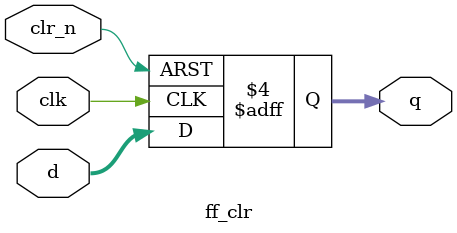
<source format=v>
module ff_clr #(
    parameter WIDTH = 6
)(
    input clr_n,
    input clk,
    input [WIDTH-1:0] d,
    output reg [WIDTH-1:0] q
);

initial begin
    q <= {WIDTH{1'b0}};
end

always @(posedge clk or negedge clr_n) begin
    if (!clr_n) begin
        q <= {WIDTH{1'b0}};  // Asynchronously clear the output when clr_n is low
    end else begin
        q <= d;  // On clock's positive edge, capture data
    end
end

endmodule

</source>
